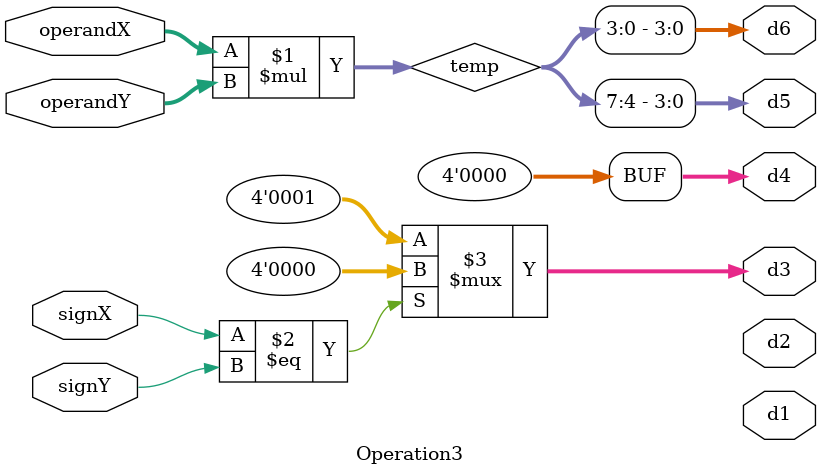
<source format=v>
`timescale 1ns / 1ps
module Operation3(
    input signX,
	 input [3:0] operandX,
    input signY,
    input [3:0] operandY,
    output [3:0] d1,
    output [3:0] d2,
    output [3:0] d3,
    output [3:0] d4,
    output [3:0] d5,
    output [3:0] d6
    );
	 
	  wire [7:0] temp;
	  assign temp = operandX * operandY;
	  assign d3 = (signX == signY)? 4'b0000 : 4'b0001;
	  assign d4 = 4'b0000;
	  assign d5 = temp[7:4];	
	  assign d6 = temp[3:0];

endmodule

</source>
